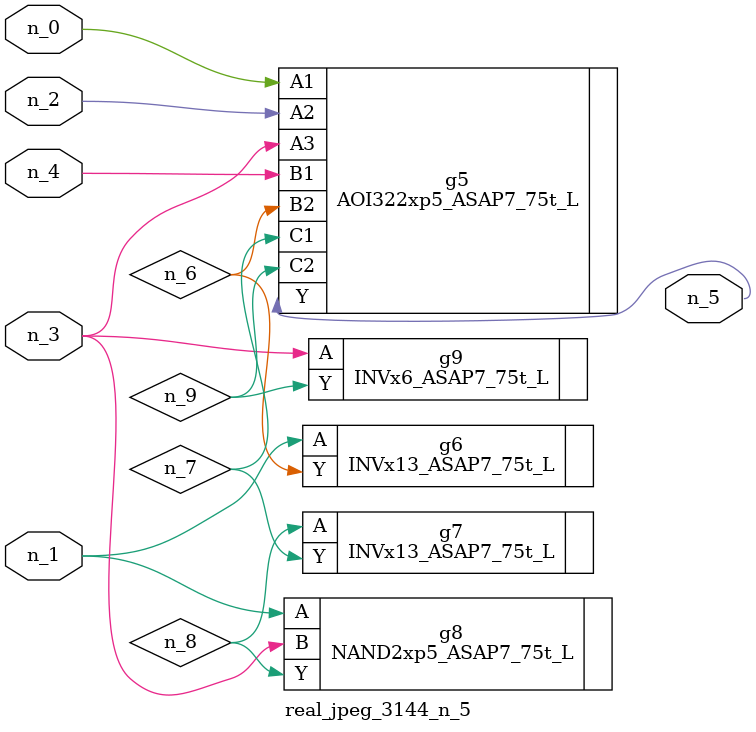
<source format=v>
module real_jpeg_3144_n_5 (n_4, n_0, n_1, n_2, n_3, n_5);

input n_4;
input n_0;
input n_1;
input n_2;
input n_3;

output n_5;

wire n_8;
wire n_6;
wire n_7;
wire n_9;

AOI322xp5_ASAP7_75t_L g5 ( 
.A1(n_0),
.A2(n_2),
.A3(n_3),
.B1(n_4),
.B2(n_6),
.C1(n_7),
.C2(n_9),
.Y(n_5)
);

INVx13_ASAP7_75t_L g6 ( 
.A(n_1),
.Y(n_6)
);

NAND2xp5_ASAP7_75t_L g8 ( 
.A(n_1),
.B(n_3),
.Y(n_8)
);

INVx6_ASAP7_75t_L g9 ( 
.A(n_3),
.Y(n_9)
);

INVx13_ASAP7_75t_L g7 ( 
.A(n_8),
.Y(n_7)
);


endmodule
</source>
